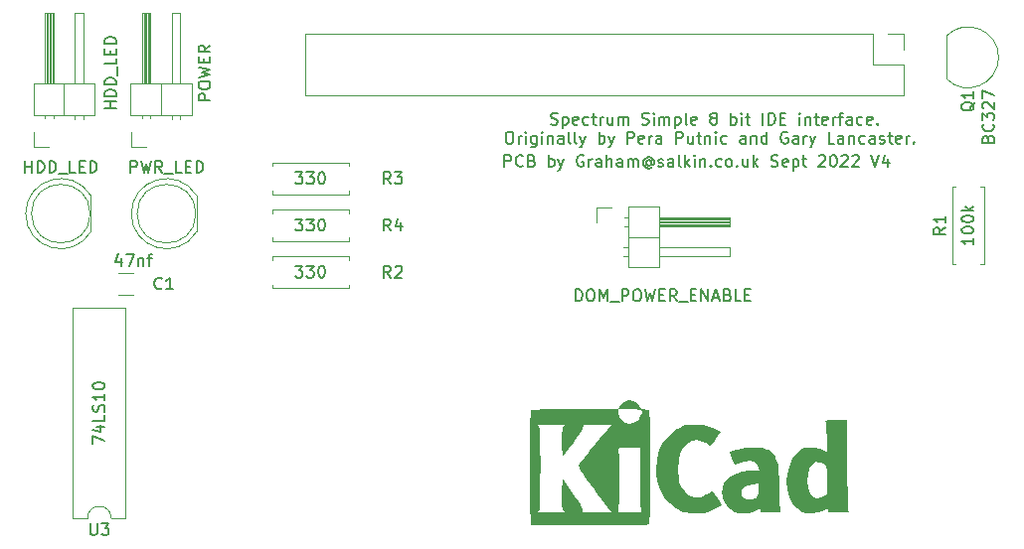
<source format=gbr>
%TF.GenerationSoftware,KiCad,Pcbnew,6.0.2+dfsg-1*%
%TF.CreationDate,2022-11-13T19:40:05+00:00*%
%TF.ProjectId,HDC,4844432e-6b69-4636-9164-5f7063625858,rev?*%
%TF.SameCoordinates,Original*%
%TF.FileFunction,Legend,Top*%
%TF.FilePolarity,Positive*%
%FSLAX46Y46*%
G04 Gerber Fmt 4.6, Leading zero omitted, Abs format (unit mm)*
G04 Created by KiCad (PCBNEW 6.0.2+dfsg-1) date 2022-11-13 19:40:05*
%MOMM*%
%LPD*%
G01*
G04 APERTURE LIST*
%ADD10C,0.150000*%
%ADD11C,0.120000*%
G04 APERTURE END LIST*
D10*
X138471428Y-111359761D02*
X138614285Y-111407380D01*
X138852380Y-111407380D01*
X138947619Y-111359761D01*
X138995238Y-111312142D01*
X139042857Y-111216904D01*
X139042857Y-111121666D01*
X138995238Y-111026428D01*
X138947619Y-110978809D01*
X138852380Y-110931190D01*
X138661904Y-110883571D01*
X138566666Y-110835952D01*
X138519047Y-110788333D01*
X138471428Y-110693095D01*
X138471428Y-110597857D01*
X138519047Y-110502619D01*
X138566666Y-110455000D01*
X138661904Y-110407380D01*
X138900000Y-110407380D01*
X139042857Y-110455000D01*
X139471428Y-110740714D02*
X139471428Y-111740714D01*
X139471428Y-110788333D02*
X139566666Y-110740714D01*
X139757142Y-110740714D01*
X139852380Y-110788333D01*
X139900000Y-110835952D01*
X139947619Y-110931190D01*
X139947619Y-111216904D01*
X139900000Y-111312142D01*
X139852380Y-111359761D01*
X139757142Y-111407380D01*
X139566666Y-111407380D01*
X139471428Y-111359761D01*
X140757142Y-111359761D02*
X140661904Y-111407380D01*
X140471428Y-111407380D01*
X140376190Y-111359761D01*
X140328571Y-111264523D01*
X140328571Y-110883571D01*
X140376190Y-110788333D01*
X140471428Y-110740714D01*
X140661904Y-110740714D01*
X140757142Y-110788333D01*
X140804761Y-110883571D01*
X140804761Y-110978809D01*
X140328571Y-111074047D01*
X141661904Y-111359761D02*
X141566666Y-111407380D01*
X141376190Y-111407380D01*
X141280952Y-111359761D01*
X141233333Y-111312142D01*
X141185714Y-111216904D01*
X141185714Y-110931190D01*
X141233333Y-110835952D01*
X141280952Y-110788333D01*
X141376190Y-110740714D01*
X141566666Y-110740714D01*
X141661904Y-110788333D01*
X141947619Y-110740714D02*
X142328571Y-110740714D01*
X142090476Y-110407380D02*
X142090476Y-111264523D01*
X142138095Y-111359761D01*
X142233333Y-111407380D01*
X142328571Y-111407380D01*
X142661904Y-111407380D02*
X142661904Y-110740714D01*
X142661904Y-110931190D02*
X142709523Y-110835952D01*
X142757142Y-110788333D01*
X142852380Y-110740714D01*
X142947619Y-110740714D01*
X143709523Y-110740714D02*
X143709523Y-111407380D01*
X143280952Y-110740714D02*
X143280952Y-111264523D01*
X143328571Y-111359761D01*
X143423809Y-111407380D01*
X143566666Y-111407380D01*
X143661904Y-111359761D01*
X143709523Y-111312142D01*
X144185714Y-111407380D02*
X144185714Y-110740714D01*
X144185714Y-110835952D02*
X144233333Y-110788333D01*
X144328571Y-110740714D01*
X144471428Y-110740714D01*
X144566666Y-110788333D01*
X144614285Y-110883571D01*
X144614285Y-111407380D01*
X144614285Y-110883571D02*
X144661904Y-110788333D01*
X144757142Y-110740714D01*
X144900000Y-110740714D01*
X144995238Y-110788333D01*
X145042857Y-110883571D01*
X145042857Y-111407380D01*
X146233333Y-111359761D02*
X146376190Y-111407380D01*
X146614285Y-111407380D01*
X146709523Y-111359761D01*
X146757142Y-111312142D01*
X146804761Y-111216904D01*
X146804761Y-111121666D01*
X146757142Y-111026428D01*
X146709523Y-110978809D01*
X146614285Y-110931190D01*
X146423809Y-110883571D01*
X146328571Y-110835952D01*
X146280952Y-110788333D01*
X146233333Y-110693095D01*
X146233333Y-110597857D01*
X146280952Y-110502619D01*
X146328571Y-110455000D01*
X146423809Y-110407380D01*
X146661904Y-110407380D01*
X146804761Y-110455000D01*
X147233333Y-111407380D02*
X147233333Y-110740714D01*
X147233333Y-110407380D02*
X147185714Y-110455000D01*
X147233333Y-110502619D01*
X147280952Y-110455000D01*
X147233333Y-110407380D01*
X147233333Y-110502619D01*
X147709523Y-111407380D02*
X147709523Y-110740714D01*
X147709523Y-110835952D02*
X147757142Y-110788333D01*
X147852380Y-110740714D01*
X147995238Y-110740714D01*
X148090476Y-110788333D01*
X148138095Y-110883571D01*
X148138095Y-111407380D01*
X148138095Y-110883571D02*
X148185714Y-110788333D01*
X148280952Y-110740714D01*
X148423809Y-110740714D01*
X148519047Y-110788333D01*
X148566666Y-110883571D01*
X148566666Y-111407380D01*
X149042857Y-110740714D02*
X149042857Y-111740714D01*
X149042857Y-110788333D02*
X149138095Y-110740714D01*
X149328571Y-110740714D01*
X149423809Y-110788333D01*
X149471428Y-110835952D01*
X149519047Y-110931190D01*
X149519047Y-111216904D01*
X149471428Y-111312142D01*
X149423809Y-111359761D01*
X149328571Y-111407380D01*
X149138095Y-111407380D01*
X149042857Y-111359761D01*
X150090476Y-111407380D02*
X149995238Y-111359761D01*
X149947619Y-111264523D01*
X149947619Y-110407380D01*
X150852380Y-111359761D02*
X150757142Y-111407380D01*
X150566666Y-111407380D01*
X150471428Y-111359761D01*
X150423809Y-111264523D01*
X150423809Y-110883571D01*
X150471428Y-110788333D01*
X150566666Y-110740714D01*
X150757142Y-110740714D01*
X150852380Y-110788333D01*
X150900000Y-110883571D01*
X150900000Y-110978809D01*
X150423809Y-111074047D01*
X152233333Y-110835952D02*
X152138095Y-110788333D01*
X152090476Y-110740714D01*
X152042857Y-110645476D01*
X152042857Y-110597857D01*
X152090476Y-110502619D01*
X152138095Y-110455000D01*
X152233333Y-110407380D01*
X152423809Y-110407380D01*
X152519047Y-110455000D01*
X152566666Y-110502619D01*
X152614285Y-110597857D01*
X152614285Y-110645476D01*
X152566666Y-110740714D01*
X152519047Y-110788333D01*
X152423809Y-110835952D01*
X152233333Y-110835952D01*
X152138095Y-110883571D01*
X152090476Y-110931190D01*
X152042857Y-111026428D01*
X152042857Y-111216904D01*
X152090476Y-111312142D01*
X152138095Y-111359761D01*
X152233333Y-111407380D01*
X152423809Y-111407380D01*
X152519047Y-111359761D01*
X152566666Y-111312142D01*
X152614285Y-111216904D01*
X152614285Y-111026428D01*
X152566666Y-110931190D01*
X152519047Y-110883571D01*
X152423809Y-110835952D01*
X153804761Y-111407380D02*
X153804761Y-110407380D01*
X153804761Y-110788333D02*
X153900000Y-110740714D01*
X154090476Y-110740714D01*
X154185714Y-110788333D01*
X154233333Y-110835952D01*
X154280952Y-110931190D01*
X154280952Y-111216904D01*
X154233333Y-111312142D01*
X154185714Y-111359761D01*
X154090476Y-111407380D01*
X153900000Y-111407380D01*
X153804761Y-111359761D01*
X154709523Y-111407380D02*
X154709523Y-110740714D01*
X154709523Y-110407380D02*
X154661904Y-110455000D01*
X154709523Y-110502619D01*
X154757142Y-110455000D01*
X154709523Y-110407380D01*
X154709523Y-110502619D01*
X155042857Y-110740714D02*
X155423809Y-110740714D01*
X155185714Y-110407380D02*
X155185714Y-111264523D01*
X155233333Y-111359761D01*
X155328571Y-111407380D01*
X155423809Y-111407380D01*
X156519047Y-111407380D02*
X156519047Y-110407380D01*
X156995238Y-111407380D02*
X156995238Y-110407380D01*
X157233333Y-110407380D01*
X157376190Y-110455000D01*
X157471428Y-110550238D01*
X157519047Y-110645476D01*
X157566666Y-110835952D01*
X157566666Y-110978809D01*
X157519047Y-111169285D01*
X157471428Y-111264523D01*
X157376190Y-111359761D01*
X157233333Y-111407380D01*
X156995238Y-111407380D01*
X157995238Y-110883571D02*
X158328571Y-110883571D01*
X158471428Y-111407380D02*
X157995238Y-111407380D01*
X157995238Y-110407380D01*
X158471428Y-110407380D01*
X159661904Y-111407380D02*
X159661904Y-110740714D01*
X159661904Y-110407380D02*
X159614285Y-110455000D01*
X159661904Y-110502619D01*
X159709523Y-110455000D01*
X159661904Y-110407380D01*
X159661904Y-110502619D01*
X160138095Y-110740714D02*
X160138095Y-111407380D01*
X160138095Y-110835952D02*
X160185714Y-110788333D01*
X160280952Y-110740714D01*
X160423809Y-110740714D01*
X160519047Y-110788333D01*
X160566666Y-110883571D01*
X160566666Y-111407380D01*
X160900000Y-110740714D02*
X161280952Y-110740714D01*
X161042857Y-110407380D02*
X161042857Y-111264523D01*
X161090476Y-111359761D01*
X161185714Y-111407380D01*
X161280952Y-111407380D01*
X161995238Y-111359761D02*
X161900000Y-111407380D01*
X161709523Y-111407380D01*
X161614285Y-111359761D01*
X161566666Y-111264523D01*
X161566666Y-110883571D01*
X161614285Y-110788333D01*
X161709523Y-110740714D01*
X161900000Y-110740714D01*
X161995238Y-110788333D01*
X162042857Y-110883571D01*
X162042857Y-110978809D01*
X161566666Y-111074047D01*
X162471428Y-111407380D02*
X162471428Y-110740714D01*
X162471428Y-110931190D02*
X162519047Y-110835952D01*
X162566666Y-110788333D01*
X162661904Y-110740714D01*
X162757142Y-110740714D01*
X162947619Y-110740714D02*
X163328571Y-110740714D01*
X163090476Y-111407380D02*
X163090476Y-110550238D01*
X163138095Y-110455000D01*
X163233333Y-110407380D01*
X163328571Y-110407380D01*
X164090476Y-111407380D02*
X164090476Y-110883571D01*
X164042857Y-110788333D01*
X163947619Y-110740714D01*
X163757142Y-110740714D01*
X163661904Y-110788333D01*
X164090476Y-111359761D02*
X163995238Y-111407380D01*
X163757142Y-111407380D01*
X163661904Y-111359761D01*
X163614285Y-111264523D01*
X163614285Y-111169285D01*
X163661904Y-111074047D01*
X163757142Y-111026428D01*
X163995238Y-111026428D01*
X164090476Y-110978809D01*
X164995238Y-111359761D02*
X164900000Y-111407380D01*
X164709523Y-111407380D01*
X164614285Y-111359761D01*
X164566666Y-111312142D01*
X164519047Y-111216904D01*
X164519047Y-110931190D01*
X164566666Y-110835952D01*
X164614285Y-110788333D01*
X164709523Y-110740714D01*
X164900000Y-110740714D01*
X164995238Y-110788333D01*
X165804761Y-111359761D02*
X165709523Y-111407380D01*
X165519047Y-111407380D01*
X165423809Y-111359761D01*
X165376190Y-111264523D01*
X165376190Y-110883571D01*
X165423809Y-110788333D01*
X165519047Y-110740714D01*
X165709523Y-110740714D01*
X165804761Y-110788333D01*
X165852380Y-110883571D01*
X165852380Y-110978809D01*
X165376190Y-111074047D01*
X166280952Y-111312142D02*
X166328571Y-111359761D01*
X166280952Y-111407380D01*
X166233333Y-111359761D01*
X166280952Y-111312142D01*
X166280952Y-111407380D01*
X134852380Y-112017380D02*
X135042857Y-112017380D01*
X135138095Y-112065000D01*
X135233333Y-112160238D01*
X135280952Y-112350714D01*
X135280952Y-112684047D01*
X135233333Y-112874523D01*
X135138095Y-112969761D01*
X135042857Y-113017380D01*
X134852380Y-113017380D01*
X134757142Y-112969761D01*
X134661904Y-112874523D01*
X134614285Y-112684047D01*
X134614285Y-112350714D01*
X134661904Y-112160238D01*
X134757142Y-112065000D01*
X134852380Y-112017380D01*
X135709523Y-113017380D02*
X135709523Y-112350714D01*
X135709523Y-112541190D02*
X135757142Y-112445952D01*
X135804761Y-112398333D01*
X135900000Y-112350714D01*
X135995238Y-112350714D01*
X136328571Y-113017380D02*
X136328571Y-112350714D01*
X136328571Y-112017380D02*
X136280952Y-112065000D01*
X136328571Y-112112619D01*
X136376190Y-112065000D01*
X136328571Y-112017380D01*
X136328571Y-112112619D01*
X137233333Y-112350714D02*
X137233333Y-113160238D01*
X137185714Y-113255476D01*
X137138095Y-113303095D01*
X137042857Y-113350714D01*
X136900000Y-113350714D01*
X136804761Y-113303095D01*
X137233333Y-112969761D02*
X137138095Y-113017380D01*
X136947619Y-113017380D01*
X136852380Y-112969761D01*
X136804761Y-112922142D01*
X136757142Y-112826904D01*
X136757142Y-112541190D01*
X136804761Y-112445952D01*
X136852380Y-112398333D01*
X136947619Y-112350714D01*
X137138095Y-112350714D01*
X137233333Y-112398333D01*
X137709523Y-113017380D02*
X137709523Y-112350714D01*
X137709523Y-112017380D02*
X137661904Y-112065000D01*
X137709523Y-112112619D01*
X137757142Y-112065000D01*
X137709523Y-112017380D01*
X137709523Y-112112619D01*
X138185714Y-112350714D02*
X138185714Y-113017380D01*
X138185714Y-112445952D02*
X138233333Y-112398333D01*
X138328571Y-112350714D01*
X138471428Y-112350714D01*
X138566666Y-112398333D01*
X138614285Y-112493571D01*
X138614285Y-113017380D01*
X139519047Y-113017380D02*
X139519047Y-112493571D01*
X139471428Y-112398333D01*
X139376190Y-112350714D01*
X139185714Y-112350714D01*
X139090476Y-112398333D01*
X139519047Y-112969761D02*
X139423809Y-113017380D01*
X139185714Y-113017380D01*
X139090476Y-112969761D01*
X139042857Y-112874523D01*
X139042857Y-112779285D01*
X139090476Y-112684047D01*
X139185714Y-112636428D01*
X139423809Y-112636428D01*
X139519047Y-112588809D01*
X140138095Y-113017380D02*
X140042857Y-112969761D01*
X139995238Y-112874523D01*
X139995238Y-112017380D01*
X140661904Y-113017380D02*
X140566666Y-112969761D01*
X140519047Y-112874523D01*
X140519047Y-112017380D01*
X140947619Y-112350714D02*
X141185714Y-113017380D01*
X141423809Y-112350714D02*
X141185714Y-113017380D01*
X141090476Y-113255476D01*
X141042857Y-113303095D01*
X140947619Y-113350714D01*
X142566666Y-113017380D02*
X142566666Y-112017380D01*
X142566666Y-112398333D02*
X142661904Y-112350714D01*
X142852380Y-112350714D01*
X142947619Y-112398333D01*
X142995238Y-112445952D01*
X143042857Y-112541190D01*
X143042857Y-112826904D01*
X142995238Y-112922142D01*
X142947619Y-112969761D01*
X142852380Y-113017380D01*
X142661904Y-113017380D01*
X142566666Y-112969761D01*
X143376190Y-112350714D02*
X143614285Y-113017380D01*
X143852380Y-112350714D02*
X143614285Y-113017380D01*
X143519047Y-113255476D01*
X143471428Y-113303095D01*
X143376190Y-113350714D01*
X144995238Y-113017380D02*
X144995238Y-112017380D01*
X145376190Y-112017380D01*
X145471428Y-112065000D01*
X145519047Y-112112619D01*
X145566666Y-112207857D01*
X145566666Y-112350714D01*
X145519047Y-112445952D01*
X145471428Y-112493571D01*
X145376190Y-112541190D01*
X144995238Y-112541190D01*
X146376190Y-112969761D02*
X146280952Y-113017380D01*
X146090476Y-113017380D01*
X145995238Y-112969761D01*
X145947619Y-112874523D01*
X145947619Y-112493571D01*
X145995238Y-112398333D01*
X146090476Y-112350714D01*
X146280952Y-112350714D01*
X146376190Y-112398333D01*
X146423809Y-112493571D01*
X146423809Y-112588809D01*
X145947619Y-112684047D01*
X146852380Y-113017380D02*
X146852380Y-112350714D01*
X146852380Y-112541190D02*
X146900000Y-112445952D01*
X146947619Y-112398333D01*
X147042857Y-112350714D01*
X147138095Y-112350714D01*
X147900000Y-113017380D02*
X147900000Y-112493571D01*
X147852380Y-112398333D01*
X147757142Y-112350714D01*
X147566666Y-112350714D01*
X147471428Y-112398333D01*
X147900000Y-112969761D02*
X147804761Y-113017380D01*
X147566666Y-113017380D01*
X147471428Y-112969761D01*
X147423809Y-112874523D01*
X147423809Y-112779285D01*
X147471428Y-112684047D01*
X147566666Y-112636428D01*
X147804761Y-112636428D01*
X147900000Y-112588809D01*
X149138095Y-113017380D02*
X149138095Y-112017380D01*
X149519047Y-112017380D01*
X149614285Y-112065000D01*
X149661904Y-112112619D01*
X149709523Y-112207857D01*
X149709523Y-112350714D01*
X149661904Y-112445952D01*
X149614285Y-112493571D01*
X149519047Y-112541190D01*
X149138095Y-112541190D01*
X150566666Y-112350714D02*
X150566666Y-113017380D01*
X150138095Y-112350714D02*
X150138095Y-112874523D01*
X150185714Y-112969761D01*
X150280952Y-113017380D01*
X150423809Y-113017380D01*
X150519047Y-112969761D01*
X150566666Y-112922142D01*
X150900000Y-112350714D02*
X151280952Y-112350714D01*
X151042857Y-112017380D02*
X151042857Y-112874523D01*
X151090476Y-112969761D01*
X151185714Y-113017380D01*
X151280952Y-113017380D01*
X151614285Y-112350714D02*
X151614285Y-113017380D01*
X151614285Y-112445952D02*
X151661904Y-112398333D01*
X151757142Y-112350714D01*
X151900000Y-112350714D01*
X151995238Y-112398333D01*
X152042857Y-112493571D01*
X152042857Y-113017380D01*
X152519047Y-113017380D02*
X152519047Y-112350714D01*
X152519047Y-112017380D02*
X152471428Y-112065000D01*
X152519047Y-112112619D01*
X152566666Y-112065000D01*
X152519047Y-112017380D01*
X152519047Y-112112619D01*
X153423809Y-112969761D02*
X153328571Y-113017380D01*
X153138095Y-113017380D01*
X153042857Y-112969761D01*
X152995238Y-112922142D01*
X152947619Y-112826904D01*
X152947619Y-112541190D01*
X152995238Y-112445952D01*
X153042857Y-112398333D01*
X153138095Y-112350714D01*
X153328571Y-112350714D01*
X153423809Y-112398333D01*
X155042857Y-113017380D02*
X155042857Y-112493571D01*
X154995238Y-112398333D01*
X154900000Y-112350714D01*
X154709523Y-112350714D01*
X154614285Y-112398333D01*
X155042857Y-112969761D02*
X154947619Y-113017380D01*
X154709523Y-113017380D01*
X154614285Y-112969761D01*
X154566666Y-112874523D01*
X154566666Y-112779285D01*
X154614285Y-112684047D01*
X154709523Y-112636428D01*
X154947619Y-112636428D01*
X155042857Y-112588809D01*
X155519047Y-112350714D02*
X155519047Y-113017380D01*
X155519047Y-112445952D02*
X155566666Y-112398333D01*
X155661904Y-112350714D01*
X155804761Y-112350714D01*
X155900000Y-112398333D01*
X155947619Y-112493571D01*
X155947619Y-113017380D01*
X156852380Y-113017380D02*
X156852380Y-112017380D01*
X156852380Y-112969761D02*
X156757142Y-113017380D01*
X156566666Y-113017380D01*
X156471428Y-112969761D01*
X156423809Y-112922142D01*
X156376190Y-112826904D01*
X156376190Y-112541190D01*
X156423809Y-112445952D01*
X156471428Y-112398333D01*
X156566666Y-112350714D01*
X156757142Y-112350714D01*
X156852380Y-112398333D01*
X158614285Y-112065000D02*
X158519047Y-112017380D01*
X158376190Y-112017380D01*
X158233333Y-112065000D01*
X158138095Y-112160238D01*
X158090476Y-112255476D01*
X158042857Y-112445952D01*
X158042857Y-112588809D01*
X158090476Y-112779285D01*
X158138095Y-112874523D01*
X158233333Y-112969761D01*
X158376190Y-113017380D01*
X158471428Y-113017380D01*
X158614285Y-112969761D01*
X158661904Y-112922142D01*
X158661904Y-112588809D01*
X158471428Y-112588809D01*
X159519047Y-113017380D02*
X159519047Y-112493571D01*
X159471428Y-112398333D01*
X159376190Y-112350714D01*
X159185714Y-112350714D01*
X159090476Y-112398333D01*
X159519047Y-112969761D02*
X159423809Y-113017380D01*
X159185714Y-113017380D01*
X159090476Y-112969761D01*
X159042857Y-112874523D01*
X159042857Y-112779285D01*
X159090476Y-112684047D01*
X159185714Y-112636428D01*
X159423809Y-112636428D01*
X159519047Y-112588809D01*
X159995238Y-113017380D02*
X159995238Y-112350714D01*
X159995238Y-112541190D02*
X160042857Y-112445952D01*
X160090476Y-112398333D01*
X160185714Y-112350714D01*
X160280952Y-112350714D01*
X160519047Y-112350714D02*
X160757142Y-113017380D01*
X160995238Y-112350714D02*
X160757142Y-113017380D01*
X160661904Y-113255476D01*
X160614285Y-113303095D01*
X160519047Y-113350714D01*
X162614285Y-113017380D02*
X162138095Y-113017380D01*
X162138095Y-112017380D01*
X163376190Y-113017380D02*
X163376190Y-112493571D01*
X163328571Y-112398333D01*
X163233333Y-112350714D01*
X163042857Y-112350714D01*
X162947619Y-112398333D01*
X163376190Y-112969761D02*
X163280952Y-113017380D01*
X163042857Y-113017380D01*
X162947619Y-112969761D01*
X162900000Y-112874523D01*
X162900000Y-112779285D01*
X162947619Y-112684047D01*
X163042857Y-112636428D01*
X163280952Y-112636428D01*
X163376190Y-112588809D01*
X163852380Y-112350714D02*
X163852380Y-113017380D01*
X163852380Y-112445952D02*
X163900000Y-112398333D01*
X163995238Y-112350714D01*
X164138095Y-112350714D01*
X164233333Y-112398333D01*
X164280952Y-112493571D01*
X164280952Y-113017380D01*
X165185714Y-112969761D02*
X165090476Y-113017380D01*
X164899999Y-113017380D01*
X164804761Y-112969761D01*
X164757142Y-112922142D01*
X164709523Y-112826904D01*
X164709523Y-112541190D01*
X164757142Y-112445952D01*
X164804761Y-112398333D01*
X164899999Y-112350714D01*
X165090476Y-112350714D01*
X165185714Y-112398333D01*
X166042857Y-113017380D02*
X166042857Y-112493571D01*
X165995238Y-112398333D01*
X165899999Y-112350714D01*
X165709523Y-112350714D01*
X165614285Y-112398333D01*
X166042857Y-112969761D02*
X165947619Y-113017380D01*
X165709523Y-113017380D01*
X165614285Y-112969761D01*
X165566666Y-112874523D01*
X165566666Y-112779285D01*
X165614285Y-112684047D01*
X165709523Y-112636428D01*
X165947619Y-112636428D01*
X166042857Y-112588809D01*
X166471428Y-112969761D02*
X166566666Y-113017380D01*
X166757142Y-113017380D01*
X166852380Y-112969761D01*
X166899999Y-112874523D01*
X166899999Y-112826904D01*
X166852380Y-112731666D01*
X166757142Y-112684047D01*
X166614285Y-112684047D01*
X166519047Y-112636428D01*
X166471428Y-112541190D01*
X166471428Y-112493571D01*
X166519047Y-112398333D01*
X166614285Y-112350714D01*
X166757142Y-112350714D01*
X166852380Y-112398333D01*
X167185714Y-112350714D02*
X167566666Y-112350714D01*
X167328571Y-112017380D02*
X167328571Y-112874523D01*
X167376190Y-112969761D01*
X167471428Y-113017380D01*
X167566666Y-113017380D01*
X168280952Y-112969761D02*
X168185714Y-113017380D01*
X167995238Y-113017380D01*
X167899999Y-112969761D01*
X167852380Y-112874523D01*
X167852380Y-112493571D01*
X167899999Y-112398333D01*
X167995238Y-112350714D01*
X168185714Y-112350714D01*
X168280952Y-112398333D01*
X168328571Y-112493571D01*
X168328571Y-112588809D01*
X167852380Y-112684047D01*
X168757142Y-113017380D02*
X168757142Y-112350714D01*
X168757142Y-112541190D02*
X168804761Y-112445952D01*
X168852380Y-112398333D01*
X168947619Y-112350714D01*
X169042857Y-112350714D01*
X169376190Y-112922142D02*
X169423809Y-112969761D01*
X169376190Y-113017380D01*
X169328571Y-112969761D01*
X169376190Y-112922142D01*
X169376190Y-113017380D01*
X134518857Y-115006380D02*
X134518857Y-114006380D01*
X134899809Y-114006380D01*
X134995047Y-114054000D01*
X135042666Y-114101619D01*
X135090285Y-114196857D01*
X135090285Y-114339714D01*
X135042666Y-114434952D01*
X134995047Y-114482571D01*
X134899809Y-114530190D01*
X134518857Y-114530190D01*
X136090285Y-114911142D02*
X136042666Y-114958761D01*
X135899809Y-115006380D01*
X135804571Y-115006380D01*
X135661714Y-114958761D01*
X135566476Y-114863523D01*
X135518857Y-114768285D01*
X135471238Y-114577809D01*
X135471238Y-114434952D01*
X135518857Y-114244476D01*
X135566476Y-114149238D01*
X135661714Y-114054000D01*
X135804571Y-114006380D01*
X135899809Y-114006380D01*
X136042666Y-114054000D01*
X136090285Y-114101619D01*
X136852190Y-114482571D02*
X136995047Y-114530190D01*
X137042666Y-114577809D01*
X137090285Y-114673047D01*
X137090285Y-114815904D01*
X137042666Y-114911142D01*
X136995047Y-114958761D01*
X136899809Y-115006380D01*
X136518857Y-115006380D01*
X136518857Y-114006380D01*
X136852190Y-114006380D01*
X136947428Y-114054000D01*
X136995047Y-114101619D01*
X137042666Y-114196857D01*
X137042666Y-114292095D01*
X136995047Y-114387333D01*
X136947428Y-114434952D01*
X136852190Y-114482571D01*
X136518857Y-114482571D01*
X138280761Y-115006380D02*
X138280761Y-114006380D01*
X138280761Y-114387333D02*
X138376000Y-114339714D01*
X138566476Y-114339714D01*
X138661714Y-114387333D01*
X138709333Y-114434952D01*
X138756952Y-114530190D01*
X138756952Y-114815904D01*
X138709333Y-114911142D01*
X138661714Y-114958761D01*
X138566476Y-115006380D01*
X138376000Y-115006380D01*
X138280761Y-114958761D01*
X139090285Y-114339714D02*
X139328380Y-115006380D01*
X139566476Y-114339714D02*
X139328380Y-115006380D01*
X139233142Y-115244476D01*
X139185523Y-115292095D01*
X139090285Y-115339714D01*
X141233142Y-114054000D02*
X141137904Y-114006380D01*
X140995047Y-114006380D01*
X140852190Y-114054000D01*
X140756952Y-114149238D01*
X140709333Y-114244476D01*
X140661714Y-114434952D01*
X140661714Y-114577809D01*
X140709333Y-114768285D01*
X140756952Y-114863523D01*
X140852190Y-114958761D01*
X140995047Y-115006380D01*
X141090285Y-115006380D01*
X141233142Y-114958761D01*
X141280761Y-114911142D01*
X141280761Y-114577809D01*
X141090285Y-114577809D01*
X141709333Y-115006380D02*
X141709333Y-114339714D01*
X141709333Y-114530190D02*
X141756952Y-114434952D01*
X141804571Y-114387333D01*
X141899809Y-114339714D01*
X141995047Y-114339714D01*
X142756952Y-115006380D02*
X142756952Y-114482571D01*
X142709333Y-114387333D01*
X142614095Y-114339714D01*
X142423619Y-114339714D01*
X142328380Y-114387333D01*
X142756952Y-114958761D02*
X142661714Y-115006380D01*
X142423619Y-115006380D01*
X142328380Y-114958761D01*
X142280761Y-114863523D01*
X142280761Y-114768285D01*
X142328380Y-114673047D01*
X142423619Y-114625428D01*
X142661714Y-114625428D01*
X142756952Y-114577809D01*
X143233142Y-115006380D02*
X143233142Y-114006380D01*
X143661714Y-115006380D02*
X143661714Y-114482571D01*
X143614095Y-114387333D01*
X143518857Y-114339714D01*
X143376000Y-114339714D01*
X143280761Y-114387333D01*
X143233142Y-114434952D01*
X144566476Y-115006380D02*
X144566476Y-114482571D01*
X144518857Y-114387333D01*
X144423619Y-114339714D01*
X144233142Y-114339714D01*
X144137904Y-114387333D01*
X144566476Y-114958761D02*
X144471238Y-115006380D01*
X144233142Y-115006380D01*
X144137904Y-114958761D01*
X144090285Y-114863523D01*
X144090285Y-114768285D01*
X144137904Y-114673047D01*
X144233142Y-114625428D01*
X144471238Y-114625428D01*
X144566476Y-114577809D01*
X145042666Y-115006380D02*
X145042666Y-114339714D01*
X145042666Y-114434952D02*
X145090285Y-114387333D01*
X145185523Y-114339714D01*
X145328380Y-114339714D01*
X145423619Y-114387333D01*
X145471238Y-114482571D01*
X145471238Y-115006380D01*
X145471238Y-114482571D02*
X145518857Y-114387333D01*
X145614095Y-114339714D01*
X145756952Y-114339714D01*
X145852190Y-114387333D01*
X145899809Y-114482571D01*
X145899809Y-115006380D01*
X146995047Y-114530190D02*
X146947428Y-114482571D01*
X146852190Y-114434952D01*
X146756952Y-114434952D01*
X146661714Y-114482571D01*
X146614095Y-114530190D01*
X146566476Y-114625428D01*
X146566476Y-114720666D01*
X146614095Y-114815904D01*
X146661714Y-114863523D01*
X146756952Y-114911142D01*
X146852190Y-114911142D01*
X146947428Y-114863523D01*
X146995047Y-114815904D01*
X146995047Y-114434952D02*
X146995047Y-114815904D01*
X147042666Y-114863523D01*
X147090285Y-114863523D01*
X147185523Y-114815904D01*
X147233142Y-114720666D01*
X147233142Y-114482571D01*
X147137904Y-114339714D01*
X146995047Y-114244476D01*
X146804571Y-114196857D01*
X146614095Y-114244476D01*
X146471238Y-114339714D01*
X146376000Y-114482571D01*
X146328380Y-114673047D01*
X146376000Y-114863523D01*
X146471238Y-115006380D01*
X146614095Y-115101619D01*
X146804571Y-115149238D01*
X146995047Y-115101619D01*
X147137904Y-115006380D01*
X147614095Y-114958761D02*
X147709333Y-115006380D01*
X147899809Y-115006380D01*
X147995047Y-114958761D01*
X148042666Y-114863523D01*
X148042666Y-114815904D01*
X147995047Y-114720666D01*
X147899809Y-114673047D01*
X147756952Y-114673047D01*
X147661714Y-114625428D01*
X147614095Y-114530190D01*
X147614095Y-114482571D01*
X147661714Y-114387333D01*
X147756952Y-114339714D01*
X147899809Y-114339714D01*
X147995047Y-114387333D01*
X148899809Y-115006380D02*
X148899809Y-114482571D01*
X148852190Y-114387333D01*
X148756952Y-114339714D01*
X148566476Y-114339714D01*
X148471238Y-114387333D01*
X148899809Y-114958761D02*
X148804571Y-115006380D01*
X148566476Y-115006380D01*
X148471238Y-114958761D01*
X148423619Y-114863523D01*
X148423619Y-114768285D01*
X148471238Y-114673047D01*
X148566476Y-114625428D01*
X148804571Y-114625428D01*
X148899809Y-114577809D01*
X149518857Y-115006380D02*
X149423619Y-114958761D01*
X149376000Y-114863523D01*
X149376000Y-114006380D01*
X149899809Y-115006380D02*
X149899809Y-114006380D01*
X149995047Y-114625428D02*
X150280761Y-115006380D01*
X150280761Y-114339714D02*
X149899809Y-114720666D01*
X150709333Y-115006380D02*
X150709333Y-114339714D01*
X150709333Y-114006380D02*
X150661714Y-114054000D01*
X150709333Y-114101619D01*
X150756952Y-114054000D01*
X150709333Y-114006380D01*
X150709333Y-114101619D01*
X151185523Y-114339714D02*
X151185523Y-115006380D01*
X151185523Y-114434952D02*
X151233142Y-114387333D01*
X151328380Y-114339714D01*
X151471238Y-114339714D01*
X151566476Y-114387333D01*
X151614095Y-114482571D01*
X151614095Y-115006380D01*
X152090285Y-114911142D02*
X152137904Y-114958761D01*
X152090285Y-115006380D01*
X152042666Y-114958761D01*
X152090285Y-114911142D01*
X152090285Y-115006380D01*
X152995047Y-114958761D02*
X152899809Y-115006380D01*
X152709333Y-115006380D01*
X152614095Y-114958761D01*
X152566476Y-114911142D01*
X152518857Y-114815904D01*
X152518857Y-114530190D01*
X152566476Y-114434952D01*
X152614095Y-114387333D01*
X152709333Y-114339714D01*
X152899809Y-114339714D01*
X152995047Y-114387333D01*
X153566476Y-115006380D02*
X153471238Y-114958761D01*
X153423619Y-114911142D01*
X153376000Y-114815904D01*
X153376000Y-114530190D01*
X153423619Y-114434952D01*
X153471238Y-114387333D01*
X153566476Y-114339714D01*
X153709333Y-114339714D01*
X153804571Y-114387333D01*
X153852190Y-114434952D01*
X153899809Y-114530190D01*
X153899809Y-114815904D01*
X153852190Y-114911142D01*
X153804571Y-114958761D01*
X153709333Y-115006380D01*
X153566476Y-115006380D01*
X154328380Y-114911142D02*
X154376000Y-114958761D01*
X154328380Y-115006380D01*
X154280761Y-114958761D01*
X154328380Y-114911142D01*
X154328380Y-115006380D01*
X155233142Y-114339714D02*
X155233142Y-115006380D01*
X154804571Y-114339714D02*
X154804571Y-114863523D01*
X154852190Y-114958761D01*
X154947428Y-115006380D01*
X155090285Y-115006380D01*
X155185523Y-114958761D01*
X155233142Y-114911142D01*
X155709333Y-115006380D02*
X155709333Y-114006380D01*
X155804571Y-114625428D02*
X156090285Y-115006380D01*
X156090285Y-114339714D02*
X155709333Y-114720666D01*
X157233142Y-114958761D02*
X157376000Y-115006380D01*
X157614095Y-115006380D01*
X157709333Y-114958761D01*
X157756952Y-114911142D01*
X157804571Y-114815904D01*
X157804571Y-114720666D01*
X157756952Y-114625428D01*
X157709333Y-114577809D01*
X157614095Y-114530190D01*
X157423619Y-114482571D01*
X157328380Y-114434952D01*
X157280761Y-114387333D01*
X157233142Y-114292095D01*
X157233142Y-114196857D01*
X157280761Y-114101619D01*
X157328380Y-114054000D01*
X157423619Y-114006380D01*
X157661714Y-114006380D01*
X157804571Y-114054000D01*
X158614095Y-114958761D02*
X158518857Y-115006380D01*
X158328380Y-115006380D01*
X158233142Y-114958761D01*
X158185523Y-114863523D01*
X158185523Y-114482571D01*
X158233142Y-114387333D01*
X158328380Y-114339714D01*
X158518857Y-114339714D01*
X158614095Y-114387333D01*
X158661714Y-114482571D01*
X158661714Y-114577809D01*
X158185523Y-114673047D01*
X159090285Y-114339714D02*
X159090285Y-115339714D01*
X159090285Y-114387333D02*
X159185523Y-114339714D01*
X159376000Y-114339714D01*
X159471238Y-114387333D01*
X159518857Y-114434952D01*
X159566476Y-114530190D01*
X159566476Y-114815904D01*
X159518857Y-114911142D01*
X159471238Y-114958761D01*
X159376000Y-115006380D01*
X159185523Y-115006380D01*
X159090285Y-114958761D01*
X159852190Y-114339714D02*
X160233142Y-114339714D01*
X159995047Y-114006380D02*
X159995047Y-114863523D01*
X160042666Y-114958761D01*
X160137904Y-115006380D01*
X160233142Y-115006380D01*
X161280761Y-114101619D02*
X161328380Y-114054000D01*
X161423619Y-114006380D01*
X161661714Y-114006380D01*
X161756952Y-114054000D01*
X161804571Y-114101619D01*
X161852190Y-114196857D01*
X161852190Y-114292095D01*
X161804571Y-114434952D01*
X161233142Y-115006380D01*
X161852190Y-115006380D01*
X162471238Y-114006380D02*
X162566476Y-114006380D01*
X162661714Y-114054000D01*
X162709333Y-114101619D01*
X162756952Y-114196857D01*
X162804571Y-114387333D01*
X162804571Y-114625428D01*
X162756952Y-114815904D01*
X162709333Y-114911142D01*
X162661714Y-114958761D01*
X162566476Y-115006380D01*
X162471238Y-115006380D01*
X162376000Y-114958761D01*
X162328380Y-114911142D01*
X162280761Y-114815904D01*
X162233142Y-114625428D01*
X162233142Y-114387333D01*
X162280761Y-114196857D01*
X162328380Y-114101619D01*
X162376000Y-114054000D01*
X162471238Y-114006380D01*
X163185523Y-114101619D02*
X163233142Y-114054000D01*
X163328380Y-114006380D01*
X163566476Y-114006380D01*
X163661714Y-114054000D01*
X163709333Y-114101619D01*
X163756952Y-114196857D01*
X163756952Y-114292095D01*
X163709333Y-114434952D01*
X163137904Y-115006380D01*
X163756952Y-115006380D01*
X164137904Y-114101619D02*
X164185523Y-114054000D01*
X164280761Y-114006380D01*
X164518857Y-114006380D01*
X164614095Y-114054000D01*
X164661714Y-114101619D01*
X164709333Y-114196857D01*
X164709333Y-114292095D01*
X164661714Y-114434952D01*
X164090285Y-115006380D01*
X164709333Y-115006380D01*
X165756952Y-114006380D02*
X166090285Y-115006380D01*
X166423619Y-114006380D01*
X167185523Y-114339714D02*
X167185523Y-115006380D01*
X166947428Y-113958761D02*
X166709333Y-114673047D01*
X167328380Y-114673047D01*
%TO.C,R3*%
X124833333Y-116452380D02*
X124500000Y-115976190D01*
X124261904Y-116452380D02*
X124261904Y-115452380D01*
X124642857Y-115452380D01*
X124738095Y-115500000D01*
X124785714Y-115547619D01*
X124833333Y-115642857D01*
X124833333Y-115785714D01*
X124785714Y-115880952D01*
X124738095Y-115928571D01*
X124642857Y-115976190D01*
X124261904Y-115976190D01*
X125166666Y-115452380D02*
X125785714Y-115452380D01*
X125452380Y-115833333D01*
X125595238Y-115833333D01*
X125690476Y-115880952D01*
X125738095Y-115928571D01*
X125785714Y-116023809D01*
X125785714Y-116261904D01*
X125738095Y-116357142D01*
X125690476Y-116404761D01*
X125595238Y-116452380D01*
X125309523Y-116452380D01*
X125214285Y-116404761D01*
X125166666Y-116357142D01*
X116714285Y-115452380D02*
X117333333Y-115452380D01*
X117000000Y-115833333D01*
X117142857Y-115833333D01*
X117238095Y-115880952D01*
X117285714Y-115928571D01*
X117333333Y-116023809D01*
X117333333Y-116261904D01*
X117285714Y-116357142D01*
X117238095Y-116404761D01*
X117142857Y-116452380D01*
X116857142Y-116452380D01*
X116761904Y-116404761D01*
X116714285Y-116357142D01*
X117666666Y-115452380D02*
X118285714Y-115452380D01*
X117952380Y-115833333D01*
X118095238Y-115833333D01*
X118190476Y-115880952D01*
X118238095Y-115928571D01*
X118285714Y-116023809D01*
X118285714Y-116261904D01*
X118238095Y-116357142D01*
X118190476Y-116404761D01*
X118095238Y-116452380D01*
X117809523Y-116452380D01*
X117714285Y-116404761D01*
X117666666Y-116357142D01*
X118904761Y-115452380D02*
X119000000Y-115452380D01*
X119095238Y-115500000D01*
X119142857Y-115547619D01*
X119190476Y-115642857D01*
X119238095Y-115833333D01*
X119238095Y-116071428D01*
X119190476Y-116261904D01*
X119142857Y-116357142D01*
X119095238Y-116404761D01*
X119000000Y-116452380D01*
X118904761Y-116452380D01*
X118809523Y-116404761D01*
X118761904Y-116357142D01*
X118714285Y-116261904D01*
X118666666Y-116071428D01*
X118666666Y-115833333D01*
X118714285Y-115642857D01*
X118761904Y-115547619D01*
X118809523Y-115500000D01*
X118904761Y-115452380D01*
%TO.C,D1*%
X93706190Y-115492380D02*
X93706190Y-114492380D01*
X93706190Y-114968571D02*
X94277619Y-114968571D01*
X94277619Y-115492380D02*
X94277619Y-114492380D01*
X94753809Y-115492380D02*
X94753809Y-114492380D01*
X94991904Y-114492380D01*
X95134761Y-114540000D01*
X95230000Y-114635238D01*
X95277619Y-114730476D01*
X95325238Y-114920952D01*
X95325238Y-115063809D01*
X95277619Y-115254285D01*
X95230000Y-115349523D01*
X95134761Y-115444761D01*
X94991904Y-115492380D01*
X94753809Y-115492380D01*
X95753809Y-115492380D02*
X95753809Y-114492380D01*
X95991904Y-114492380D01*
X96134761Y-114540000D01*
X96230000Y-114635238D01*
X96277619Y-114730476D01*
X96325238Y-114920952D01*
X96325238Y-115063809D01*
X96277619Y-115254285D01*
X96230000Y-115349523D01*
X96134761Y-115444761D01*
X95991904Y-115492380D01*
X95753809Y-115492380D01*
X96515714Y-115587619D02*
X97277619Y-115587619D01*
X97991904Y-115492380D02*
X97515714Y-115492380D01*
X97515714Y-114492380D01*
X98325238Y-114968571D02*
X98658571Y-114968571D01*
X98801428Y-115492380D02*
X98325238Y-115492380D01*
X98325238Y-114492380D01*
X98801428Y-114492380D01*
X99230000Y-115492380D02*
X99230000Y-114492380D01*
X99468095Y-114492380D01*
X99610952Y-114540000D01*
X99706190Y-114635238D01*
X99753809Y-114730476D01*
X99801428Y-114920952D01*
X99801428Y-115063809D01*
X99753809Y-115254285D01*
X99706190Y-115349523D01*
X99610952Y-115444761D01*
X99468095Y-115492380D01*
X99230000Y-115492380D01*
%TO.C,U3*%
X99253095Y-145407380D02*
X99253095Y-146216904D01*
X99300714Y-146312142D01*
X99348333Y-146359761D01*
X99443571Y-146407380D01*
X99634047Y-146407380D01*
X99729285Y-146359761D01*
X99776904Y-146312142D01*
X99824523Y-146216904D01*
X99824523Y-145407380D01*
X100205476Y-145407380D02*
X100824523Y-145407380D01*
X100491190Y-145788333D01*
X100634047Y-145788333D01*
X100729285Y-145835952D01*
X100776904Y-145883571D01*
X100824523Y-145978809D01*
X100824523Y-146216904D01*
X100776904Y-146312142D01*
X100729285Y-146359761D01*
X100634047Y-146407380D01*
X100348333Y-146407380D01*
X100253095Y-146359761D01*
X100205476Y-146312142D01*
X99452380Y-138642857D02*
X99452380Y-137976190D01*
X100452380Y-138404761D01*
X99785714Y-137166666D02*
X100452380Y-137166666D01*
X99404761Y-137404761D02*
X100119047Y-137642857D01*
X100119047Y-137023809D01*
X100452380Y-136166666D02*
X100452380Y-136642857D01*
X99452380Y-136642857D01*
X100404761Y-135880952D02*
X100452380Y-135738095D01*
X100452380Y-135500000D01*
X100404761Y-135404761D01*
X100357142Y-135357142D01*
X100261904Y-135309523D01*
X100166666Y-135309523D01*
X100071428Y-135357142D01*
X100023809Y-135404761D01*
X99976190Y-135500000D01*
X99928571Y-135690476D01*
X99880952Y-135785714D01*
X99833333Y-135833333D01*
X99738095Y-135880952D01*
X99642857Y-135880952D01*
X99547619Y-135833333D01*
X99500000Y-135785714D01*
X99452380Y-135690476D01*
X99452380Y-135452380D01*
X99500000Y-135309523D01*
X100452380Y-134357142D02*
X100452380Y-134928571D01*
X100452380Y-134642857D02*
X99452380Y-134642857D01*
X99595238Y-134738095D01*
X99690476Y-134833333D01*
X99738095Y-134928571D01*
X99452380Y-133738095D02*
X99452380Y-133642857D01*
X99500000Y-133547619D01*
X99547619Y-133500000D01*
X99642857Y-133452380D01*
X99833333Y-133404761D01*
X100071428Y-133404761D01*
X100261904Y-133452380D01*
X100357142Y-133500000D01*
X100404761Y-133547619D01*
X100452380Y-133642857D01*
X100452380Y-133738095D01*
X100404761Y-133833333D01*
X100357142Y-133880952D01*
X100261904Y-133928571D01*
X100071428Y-133976190D01*
X99833333Y-133976190D01*
X99642857Y-133928571D01*
X99547619Y-133880952D01*
X99500000Y-133833333D01*
X99452380Y-133738095D01*
%TO.C,R2*%
X124833333Y-124452380D02*
X124500000Y-123976190D01*
X124261904Y-124452380D02*
X124261904Y-123452380D01*
X124642857Y-123452380D01*
X124738095Y-123500000D01*
X124785714Y-123547619D01*
X124833333Y-123642857D01*
X124833333Y-123785714D01*
X124785714Y-123880952D01*
X124738095Y-123928571D01*
X124642857Y-123976190D01*
X124261904Y-123976190D01*
X125214285Y-123547619D02*
X125261904Y-123500000D01*
X125357142Y-123452380D01*
X125595238Y-123452380D01*
X125690476Y-123500000D01*
X125738095Y-123547619D01*
X125785714Y-123642857D01*
X125785714Y-123738095D01*
X125738095Y-123880952D01*
X125166666Y-124452380D01*
X125785714Y-124452380D01*
X116714285Y-123452380D02*
X117333333Y-123452380D01*
X117000000Y-123833333D01*
X117142857Y-123833333D01*
X117238095Y-123880952D01*
X117285714Y-123928571D01*
X117333333Y-124023809D01*
X117333333Y-124261904D01*
X117285714Y-124357142D01*
X117238095Y-124404761D01*
X117142857Y-124452380D01*
X116857142Y-124452380D01*
X116761904Y-124404761D01*
X116714285Y-124357142D01*
X117666666Y-123452380D02*
X118285714Y-123452380D01*
X117952380Y-123833333D01*
X118095238Y-123833333D01*
X118190476Y-123880952D01*
X118238095Y-123928571D01*
X118285714Y-124023809D01*
X118285714Y-124261904D01*
X118238095Y-124357142D01*
X118190476Y-124404761D01*
X118095238Y-124452380D01*
X117809523Y-124452380D01*
X117714285Y-124404761D01*
X117666666Y-124357142D01*
X118904761Y-123452380D02*
X119000000Y-123452380D01*
X119095238Y-123500000D01*
X119142857Y-123547619D01*
X119190476Y-123642857D01*
X119238095Y-123833333D01*
X119238095Y-124071428D01*
X119190476Y-124261904D01*
X119142857Y-124357142D01*
X119095238Y-124404761D01*
X119000000Y-124452380D01*
X118904761Y-124452380D01*
X118809523Y-124404761D01*
X118761904Y-124357142D01*
X118714285Y-124261904D01*
X118666666Y-124071428D01*
X118666666Y-123833333D01*
X118714285Y-123642857D01*
X118761904Y-123547619D01*
X118809523Y-123500000D01*
X118904761Y-123452380D01*
%TO.C,R1*%
X172082380Y-120166666D02*
X171606190Y-120500000D01*
X172082380Y-120738095D02*
X171082380Y-120738095D01*
X171082380Y-120357142D01*
X171130000Y-120261904D01*
X171177619Y-120214285D01*
X171272857Y-120166666D01*
X171415714Y-120166666D01*
X171510952Y-120214285D01*
X171558571Y-120261904D01*
X171606190Y-120357142D01*
X171606190Y-120738095D01*
X172082380Y-119214285D02*
X172082380Y-119785714D01*
X172082380Y-119500000D02*
X171082380Y-119500000D01*
X171225238Y-119595238D01*
X171320476Y-119690476D01*
X171368095Y-119785714D01*
X174452380Y-121071428D02*
X174452380Y-121642857D01*
X174452380Y-121357142D02*
X173452380Y-121357142D01*
X173595238Y-121452380D01*
X173690476Y-121547619D01*
X173738095Y-121642857D01*
X173452380Y-120452380D02*
X173452380Y-120357142D01*
X173500000Y-120261904D01*
X173547619Y-120214285D01*
X173642857Y-120166666D01*
X173833333Y-120119047D01*
X174071428Y-120119047D01*
X174261904Y-120166666D01*
X174357142Y-120214285D01*
X174404761Y-120261904D01*
X174452380Y-120357142D01*
X174452380Y-120452380D01*
X174404761Y-120547619D01*
X174357142Y-120595238D01*
X174261904Y-120642857D01*
X174071428Y-120690476D01*
X173833333Y-120690476D01*
X173642857Y-120642857D01*
X173547619Y-120595238D01*
X173500000Y-120547619D01*
X173452380Y-120452380D01*
X173452380Y-119500000D02*
X173452380Y-119404761D01*
X173500000Y-119309523D01*
X173547619Y-119261904D01*
X173642857Y-119214285D01*
X173833333Y-119166666D01*
X174071428Y-119166666D01*
X174261904Y-119214285D01*
X174357142Y-119261904D01*
X174404761Y-119309523D01*
X174452380Y-119404761D01*
X174452380Y-119500000D01*
X174404761Y-119595238D01*
X174357142Y-119642857D01*
X174261904Y-119690476D01*
X174071428Y-119738095D01*
X173833333Y-119738095D01*
X173642857Y-119690476D01*
X173547619Y-119642857D01*
X173500000Y-119595238D01*
X173452380Y-119500000D01*
X174452380Y-118738095D02*
X173452380Y-118738095D01*
X174071428Y-118642857D02*
X174452380Y-118357142D01*
X173785714Y-118357142D02*
X174166666Y-118738095D01*
%TO.C,J5*%
X140571428Y-126452380D02*
X140571428Y-125452380D01*
X140809523Y-125452380D01*
X140952380Y-125500000D01*
X141047619Y-125595238D01*
X141095238Y-125690476D01*
X141142857Y-125880952D01*
X141142857Y-126023809D01*
X141095238Y-126214285D01*
X141047619Y-126309523D01*
X140952380Y-126404761D01*
X140809523Y-126452380D01*
X140571428Y-126452380D01*
X141761904Y-125452380D02*
X141952380Y-125452380D01*
X142047619Y-125500000D01*
X142142857Y-125595238D01*
X142190476Y-125785714D01*
X142190476Y-126119047D01*
X142142857Y-126309523D01*
X142047619Y-126404761D01*
X141952380Y-126452380D01*
X141761904Y-126452380D01*
X141666666Y-126404761D01*
X141571428Y-126309523D01*
X141523809Y-126119047D01*
X141523809Y-125785714D01*
X141571428Y-125595238D01*
X141666666Y-125500000D01*
X141761904Y-125452380D01*
X142619047Y-126452380D02*
X142619047Y-125452380D01*
X142952380Y-126166666D01*
X143285714Y-125452380D01*
X143285714Y-126452380D01*
X143523809Y-126547619D02*
X144285714Y-126547619D01*
X144523809Y-126452380D02*
X144523809Y-125452380D01*
X144904761Y-125452380D01*
X145000000Y-125500000D01*
X145047619Y-125547619D01*
X145095238Y-125642857D01*
X145095238Y-125785714D01*
X145047619Y-125880952D01*
X145000000Y-125928571D01*
X144904761Y-125976190D01*
X144523809Y-125976190D01*
X145714285Y-125452380D02*
X145904761Y-125452380D01*
X146000000Y-125500000D01*
X146095238Y-125595238D01*
X146142857Y-125785714D01*
X146142857Y-126119047D01*
X146095238Y-126309523D01*
X146000000Y-126404761D01*
X145904761Y-126452380D01*
X145714285Y-126452380D01*
X145619047Y-126404761D01*
X145523809Y-126309523D01*
X145476190Y-126119047D01*
X145476190Y-125785714D01*
X145523809Y-125595238D01*
X145619047Y-125500000D01*
X145714285Y-125452380D01*
X146476190Y-125452380D02*
X146714285Y-126452380D01*
X146904761Y-125738095D01*
X147095238Y-126452380D01*
X147333333Y-125452380D01*
X147714285Y-125928571D02*
X148047619Y-125928571D01*
X148190476Y-126452380D02*
X147714285Y-126452380D01*
X147714285Y-125452380D01*
X148190476Y-125452380D01*
X149190476Y-126452380D02*
X148857142Y-125976190D01*
X148619047Y-126452380D02*
X148619047Y-125452380D01*
X149000000Y-125452380D01*
X149095238Y-125500000D01*
X149142857Y-125547619D01*
X149190476Y-125642857D01*
X149190476Y-125785714D01*
X149142857Y-125880952D01*
X149095238Y-125928571D01*
X149000000Y-125976190D01*
X148619047Y-125976190D01*
X149380952Y-126547619D02*
X150142857Y-126547619D01*
X150380952Y-125928571D02*
X150714285Y-125928571D01*
X150857142Y-126452380D02*
X150380952Y-126452380D01*
X150380952Y-125452380D01*
X150857142Y-125452380D01*
X151285714Y-126452380D02*
X151285714Y-125452380D01*
X151857142Y-126452380D01*
X151857142Y-125452380D01*
X152285714Y-126166666D02*
X152761904Y-126166666D01*
X152190476Y-126452380D02*
X152523809Y-125452380D01*
X152857142Y-126452380D01*
X153523809Y-125928571D02*
X153666666Y-125976190D01*
X153714285Y-126023809D01*
X153761904Y-126119047D01*
X153761904Y-126261904D01*
X153714285Y-126357142D01*
X153666666Y-126404761D01*
X153571428Y-126452380D01*
X153190476Y-126452380D01*
X153190476Y-125452380D01*
X153523809Y-125452380D01*
X153619047Y-125500000D01*
X153666666Y-125547619D01*
X153714285Y-125642857D01*
X153714285Y-125738095D01*
X153666666Y-125833333D01*
X153619047Y-125880952D01*
X153523809Y-125928571D01*
X153190476Y-125928571D01*
X154666666Y-126452380D02*
X154190476Y-126452380D01*
X154190476Y-125452380D01*
X155000000Y-125928571D02*
X155333333Y-125928571D01*
X155476190Y-126452380D02*
X155000000Y-126452380D01*
X155000000Y-125452380D01*
X155476190Y-125452380D01*
%TO.C,J3*%
X109452380Y-109309523D02*
X108452380Y-109309523D01*
X108452380Y-108928571D01*
X108500000Y-108833333D01*
X108547619Y-108785714D01*
X108642857Y-108738095D01*
X108785714Y-108738095D01*
X108880952Y-108785714D01*
X108928571Y-108833333D01*
X108976190Y-108928571D01*
X108976190Y-109309523D01*
X108452380Y-108119047D02*
X108452380Y-107928571D01*
X108500000Y-107833333D01*
X108595238Y-107738095D01*
X108785714Y-107690476D01*
X109119047Y-107690476D01*
X109309523Y-107738095D01*
X109404761Y-107833333D01*
X109452380Y-107928571D01*
X109452380Y-108119047D01*
X109404761Y-108214285D01*
X109309523Y-108309523D01*
X109119047Y-108357142D01*
X108785714Y-108357142D01*
X108595238Y-108309523D01*
X108500000Y-108214285D01*
X108452380Y-108119047D01*
X108452380Y-107357142D02*
X109452380Y-107119047D01*
X108738095Y-106928571D01*
X109452380Y-106738095D01*
X108452380Y-106500000D01*
X108928571Y-106119047D02*
X108928571Y-105785714D01*
X109452380Y-105642857D02*
X109452380Y-106119047D01*
X108452380Y-106119047D01*
X108452380Y-105642857D01*
X109452380Y-104642857D02*
X108976190Y-104976190D01*
X109452380Y-105214285D02*
X108452380Y-105214285D01*
X108452380Y-104833333D01*
X108500000Y-104738095D01*
X108547619Y-104690476D01*
X108642857Y-104642857D01*
X108785714Y-104642857D01*
X108880952Y-104690476D01*
X108928571Y-104738095D01*
X108976190Y-104833333D01*
X108976190Y-105214285D01*
%TO.C,C1*%
X105333333Y-125357142D02*
X105285714Y-125404761D01*
X105142857Y-125452380D01*
X105047619Y-125452380D01*
X104904761Y-125404761D01*
X104809523Y-125309523D01*
X104761904Y-125214285D01*
X104714285Y-125023809D01*
X104714285Y-124880952D01*
X104761904Y-124690476D01*
X104809523Y-124595238D01*
X104904761Y-124500000D01*
X105047619Y-124452380D01*
X105142857Y-124452380D01*
X105285714Y-124500000D01*
X105333333Y-124547619D01*
X106285714Y-125452380D02*
X105714285Y-125452380D01*
X106000000Y-125452380D02*
X106000000Y-124452380D01*
X105904761Y-124595238D01*
X105809523Y-124690476D01*
X105714285Y-124738095D01*
X101855190Y-122785714D02*
X101855190Y-123452380D01*
X101617095Y-122404761D02*
X101379000Y-123119047D01*
X101998047Y-123119047D01*
X102283761Y-122452380D02*
X102950428Y-122452380D01*
X102521857Y-123452380D01*
X103331380Y-122785714D02*
X103331380Y-123452380D01*
X103331380Y-122880952D02*
X103379000Y-122833333D01*
X103474238Y-122785714D01*
X103617095Y-122785714D01*
X103712333Y-122833333D01*
X103759952Y-122928571D01*
X103759952Y-123452380D01*
X104093285Y-122785714D02*
X104474238Y-122785714D01*
X104236142Y-123452380D02*
X104236142Y-122595238D01*
X104283761Y-122500000D01*
X104379000Y-122452380D01*
X104474238Y-122452380D01*
%TO.C,R4*%
X124833333Y-120452380D02*
X124500000Y-119976190D01*
X124261904Y-120452380D02*
X124261904Y-119452380D01*
X124642857Y-119452380D01*
X124738095Y-119500000D01*
X124785714Y-119547619D01*
X124833333Y-119642857D01*
X124833333Y-119785714D01*
X124785714Y-119880952D01*
X124738095Y-119928571D01*
X124642857Y-119976190D01*
X124261904Y-119976190D01*
X125690476Y-119785714D02*
X125690476Y-120452380D01*
X125452380Y-119404761D02*
X125214285Y-120119047D01*
X125833333Y-120119047D01*
X116714285Y-119452380D02*
X117333333Y-119452380D01*
X117000000Y-119833333D01*
X117142857Y-119833333D01*
X117238095Y-119880952D01*
X117285714Y-119928571D01*
X117333333Y-120023809D01*
X117333333Y-120261904D01*
X117285714Y-120357142D01*
X117238095Y-120404761D01*
X117142857Y-120452380D01*
X116857142Y-120452380D01*
X116761904Y-120404761D01*
X116714285Y-120357142D01*
X117666666Y-119452380D02*
X118285714Y-119452380D01*
X117952380Y-119833333D01*
X118095238Y-119833333D01*
X118190476Y-119880952D01*
X118238095Y-119928571D01*
X118285714Y-120023809D01*
X118285714Y-120261904D01*
X118238095Y-120357142D01*
X118190476Y-120404761D01*
X118095238Y-120452380D01*
X117809523Y-120452380D01*
X117714285Y-120404761D01*
X117666666Y-120357142D01*
X118904761Y-119452380D02*
X119000000Y-119452380D01*
X119095238Y-119500000D01*
X119142857Y-119547619D01*
X119190476Y-119642857D01*
X119238095Y-119833333D01*
X119238095Y-120071428D01*
X119190476Y-120261904D01*
X119142857Y-120357142D01*
X119095238Y-120404761D01*
X119000000Y-120452380D01*
X118904761Y-120452380D01*
X118809523Y-120404761D01*
X118761904Y-120357142D01*
X118714285Y-120261904D01*
X118666666Y-120071428D01*
X118666666Y-119833333D01*
X118714285Y-119642857D01*
X118761904Y-119547619D01*
X118809523Y-119500000D01*
X118904761Y-119452380D01*
%TO.C,D2*%
X102658571Y-115492380D02*
X102658571Y-114492380D01*
X103039523Y-114492380D01*
X103134761Y-114540000D01*
X103182380Y-114587619D01*
X103230000Y-114682857D01*
X103230000Y-114825714D01*
X103182380Y-114920952D01*
X103134761Y-114968571D01*
X103039523Y-115016190D01*
X102658571Y-115016190D01*
X103563333Y-114492380D02*
X103801428Y-115492380D01*
X103991904Y-114778095D01*
X104182380Y-115492380D01*
X104420476Y-114492380D01*
X105372857Y-115492380D02*
X105039523Y-115016190D01*
X104801428Y-115492380D02*
X104801428Y-114492380D01*
X105182380Y-114492380D01*
X105277619Y-114540000D01*
X105325238Y-114587619D01*
X105372857Y-114682857D01*
X105372857Y-114825714D01*
X105325238Y-114920952D01*
X105277619Y-114968571D01*
X105182380Y-115016190D01*
X104801428Y-115016190D01*
X105563333Y-115587619D02*
X106325238Y-115587619D01*
X107039523Y-115492380D02*
X106563333Y-115492380D01*
X106563333Y-114492380D01*
X107372857Y-114968571D02*
X107706190Y-114968571D01*
X107849047Y-115492380D02*
X107372857Y-115492380D01*
X107372857Y-114492380D01*
X107849047Y-114492380D01*
X108277619Y-115492380D02*
X108277619Y-114492380D01*
X108515714Y-114492380D01*
X108658571Y-114540000D01*
X108753809Y-114635238D01*
X108801428Y-114730476D01*
X108849047Y-114920952D01*
X108849047Y-115063809D01*
X108801428Y-115254285D01*
X108753809Y-115349523D01*
X108658571Y-115444761D01*
X108515714Y-115492380D01*
X108277619Y-115492380D01*
%TO.C,J2*%
X101452380Y-110023809D02*
X100452380Y-110023809D01*
X100928571Y-110023809D02*
X100928571Y-109452380D01*
X101452380Y-109452380D02*
X100452380Y-109452380D01*
X101452380Y-108976190D02*
X100452380Y-108976190D01*
X100452380Y-108738095D01*
X100500000Y-108595238D01*
X100595238Y-108500000D01*
X100690476Y-108452380D01*
X100880952Y-108404761D01*
X101023809Y-108404761D01*
X101214285Y-108452380D01*
X101309523Y-108500000D01*
X101404761Y-108595238D01*
X101452380Y-108738095D01*
X101452380Y-108976190D01*
X101452380Y-107976190D02*
X100452380Y-107976190D01*
X100452380Y-107738095D01*
X100500000Y-107595238D01*
X100595238Y-107500000D01*
X100690476Y-107452380D01*
X100880952Y-107404761D01*
X101023809Y-107404761D01*
X101214285Y-107452380D01*
X101309523Y-107500000D01*
X101404761Y-107595238D01*
X101452380Y-107738095D01*
X101452380Y-107976190D01*
X101547619Y-107214285D02*
X101547619Y-106452380D01*
X101452380Y-105738095D02*
X101452380Y-106214285D01*
X100452380Y-106214285D01*
X100928571Y-105404761D02*
X100928571Y-105071428D01*
X101452380Y-104928571D02*
X101452380Y-105404761D01*
X100452380Y-105404761D01*
X100452380Y-104928571D01*
X101452380Y-104500000D02*
X100452380Y-104500000D01*
X100452380Y-104261904D01*
X100500000Y-104119047D01*
X100595238Y-104023809D01*
X100690476Y-103976190D01*
X100880952Y-103928571D01*
X101023809Y-103928571D01*
X101214285Y-103976190D01*
X101309523Y-104023809D01*
X101404761Y-104119047D01*
X101452380Y-104261904D01*
X101452380Y-104500000D01*
%TO.C,Q1*%
X174547619Y-109489238D02*
X174500000Y-109584476D01*
X174404761Y-109679714D01*
X174261904Y-109822571D01*
X174214285Y-109917809D01*
X174214285Y-110013047D01*
X174452380Y-109965428D02*
X174404761Y-110060666D01*
X174309523Y-110155904D01*
X174119047Y-110203523D01*
X173785714Y-110203523D01*
X173595238Y-110155904D01*
X173500000Y-110060666D01*
X173452380Y-109965428D01*
X173452380Y-109774952D01*
X173500000Y-109679714D01*
X173595238Y-109584476D01*
X173785714Y-109536857D01*
X174119047Y-109536857D01*
X174309523Y-109584476D01*
X174404761Y-109679714D01*
X174452380Y-109774952D01*
X174452380Y-109965428D01*
X174452380Y-108584476D02*
X174452380Y-109155904D01*
X174452380Y-108870190D02*
X173452380Y-108870190D01*
X173595238Y-108965428D01*
X173690476Y-109060666D01*
X173738095Y-109155904D01*
X175696571Y-112601142D02*
X175744190Y-112458285D01*
X175791809Y-112410666D01*
X175887047Y-112363047D01*
X176029904Y-112363047D01*
X176125142Y-112410666D01*
X176172761Y-112458285D01*
X176220380Y-112553523D01*
X176220380Y-112934476D01*
X175220380Y-112934476D01*
X175220380Y-112601142D01*
X175268000Y-112505904D01*
X175315619Y-112458285D01*
X175410857Y-112410666D01*
X175506095Y-112410666D01*
X175601333Y-112458285D01*
X175648952Y-112505904D01*
X175696571Y-112601142D01*
X175696571Y-112934476D01*
X176125142Y-111363047D02*
X176172761Y-111410666D01*
X176220380Y-111553523D01*
X176220380Y-111648761D01*
X176172761Y-111791619D01*
X176077523Y-111886857D01*
X175982285Y-111934476D01*
X175791809Y-111982095D01*
X175648952Y-111982095D01*
X175458476Y-111934476D01*
X175363238Y-111886857D01*
X175268000Y-111791619D01*
X175220380Y-111648761D01*
X175220380Y-111553523D01*
X175268000Y-111410666D01*
X175315619Y-111363047D01*
X175220380Y-111029714D02*
X175220380Y-110410666D01*
X175601333Y-110744000D01*
X175601333Y-110601142D01*
X175648952Y-110505904D01*
X175696571Y-110458285D01*
X175791809Y-110410666D01*
X176029904Y-110410666D01*
X176125142Y-110458285D01*
X176172761Y-110505904D01*
X176220380Y-110601142D01*
X176220380Y-110886857D01*
X176172761Y-110982095D01*
X176125142Y-111029714D01*
X175315619Y-110029714D02*
X175268000Y-109982095D01*
X175220380Y-109886857D01*
X175220380Y-109648761D01*
X175268000Y-109553523D01*
X175315619Y-109505904D01*
X175410857Y-109458285D01*
X175506095Y-109458285D01*
X175648952Y-109505904D01*
X176220380Y-110077333D01*
X176220380Y-109458285D01*
X175220380Y-109124952D02*
X175220380Y-108458285D01*
X176220380Y-108886857D01*
D11*
%TO.C,R3*%
X114730000Y-117040000D02*
X114730000Y-117370000D01*
X114730000Y-114960000D02*
X114730000Y-114630000D01*
X114730000Y-117370000D02*
X121270000Y-117370000D01*
X121270000Y-114630000D02*
X121270000Y-114960000D01*
X114730000Y-114630000D02*
X121270000Y-114630000D01*
X121270000Y-117370000D02*
X121270000Y-117040000D01*
%TO.C,D1*%
X99290000Y-120545000D02*
X99290000Y-117455000D01*
X93740000Y-118999538D02*
G75*
G03*
X99290000Y-120544830I2990000J-462D01*
G01*
X99290000Y-117455170D02*
G75*
G03*
X93740000Y-119000462I-2560000J-1544830D01*
G01*
X99230000Y-119000000D02*
G75*
G03*
X99230000Y-119000000I-2500000J0D01*
G01*
%TO.C,U3*%
X97765000Y-144955000D02*
X99015000Y-144955000D01*
X101015000Y-144955000D02*
X102265000Y-144955000D01*
X102265000Y-127055000D02*
X97765000Y-127055000D01*
X102265000Y-144955000D02*
X102265000Y-127055000D01*
X97765000Y-127055000D02*
X97765000Y-144955000D01*
X101015000Y-144955000D02*
G75*
G03*
X99015000Y-144955000I-1000000J0D01*
G01*
%TO.C,R2*%
X121270000Y-122630000D02*
X121270000Y-122960000D01*
X114730000Y-125040000D02*
X114730000Y-125370000D01*
X121270000Y-125370000D02*
X121270000Y-125040000D01*
X114730000Y-122630000D02*
X121270000Y-122630000D01*
X114730000Y-122960000D02*
X114730000Y-122630000D01*
X114730000Y-125370000D02*
X121270000Y-125370000D01*
%TO.C,R1*%
X172630000Y-123270000D02*
X172630000Y-116730000D01*
X172960000Y-123270000D02*
X172630000Y-123270000D01*
X172630000Y-116730000D02*
X172960000Y-116730000D01*
X175370000Y-116730000D02*
X175040000Y-116730000D01*
X175040000Y-123270000D02*
X175370000Y-123270000D01*
X175370000Y-123270000D02*
X175370000Y-116730000D01*
%TO.C,J5*%
X153725000Y-122645000D02*
X147725000Y-122645000D01*
X153725000Y-119345000D02*
X153725000Y-120105000D01*
X145065000Y-120995000D02*
X147725000Y-120995000D01*
X144735000Y-120105000D02*
X145065000Y-120105000D01*
X147725000Y-119645000D02*
X153725000Y-119645000D01*
X147725000Y-119405000D02*
X153725000Y-119405000D01*
X145065000Y-118395000D02*
X145065000Y-123595000D01*
X153725000Y-120105000D02*
X147725000Y-120105000D01*
X147725000Y-119885000D02*
X153725000Y-119885000D01*
X142355000Y-119725000D02*
X142355000Y-118455000D01*
X147725000Y-120005000D02*
X153725000Y-120005000D01*
X144735000Y-119345000D02*
X145065000Y-119345000D01*
X147725000Y-119345000D02*
X153725000Y-119345000D01*
X147725000Y-119765000D02*
X153725000Y-119765000D01*
X147725000Y-118395000D02*
X145065000Y-118395000D01*
X142355000Y-118455000D02*
X143625000Y-118455000D01*
X144667929Y-121885000D02*
X145065000Y-121885000D01*
X153725000Y-121885000D02*
X153725000Y-122645000D01*
X147725000Y-123595000D02*
X147725000Y-118395000D01*
X144667929Y-122645000D02*
X145065000Y-122645000D01*
X147725000Y-121885000D02*
X153725000Y-121885000D01*
X145065000Y-123595000D02*
X147725000Y-123595000D01*
X147725000Y-119525000D02*
X153725000Y-119525000D01*
%TO.C,J3*%
X103800000Y-107900000D02*
X103800000Y-101900000D01*
X103620000Y-107900000D02*
X103620000Y-101900000D01*
X104380000Y-101900000D02*
X104380000Y-107900000D01*
X104160000Y-107900000D02*
X104160000Y-101900000D01*
X103620000Y-110890000D02*
X103620000Y-110560000D01*
X106160000Y-107900000D02*
X106160000Y-101900000D01*
X106160000Y-110957071D02*
X106160000Y-110560000D01*
X104000000Y-113270000D02*
X102730000Y-113270000D01*
X103920000Y-107900000D02*
X103920000Y-101900000D01*
X103680000Y-107900000D02*
X103680000Y-101900000D01*
X107870000Y-107900000D02*
X102670000Y-107900000D01*
X105270000Y-110560000D02*
X105270000Y-107900000D01*
X103620000Y-101900000D02*
X104380000Y-101900000D01*
X102730000Y-113270000D02*
X102730000Y-112000000D01*
X104380000Y-110890000D02*
X104380000Y-110560000D01*
X106920000Y-101900000D02*
X106920000Y-107900000D01*
X102670000Y-107900000D02*
X102670000Y-110560000D01*
X104040000Y-107900000D02*
X104040000Y-101900000D01*
X106160000Y-101900000D02*
X106920000Y-101900000D01*
X102670000Y-110560000D02*
X107870000Y-110560000D01*
X106920000Y-110957071D02*
X106920000Y-110560000D01*
X107870000Y-110560000D02*
X107870000Y-107900000D01*
X104280000Y-107900000D02*
X104280000Y-101900000D01*
%TO.C,C1*%
X101621000Y-125920000D02*
X102879000Y-125920000D01*
X101621000Y-124080000D02*
X102879000Y-124080000D01*
%TO.C,R4*%
X114730000Y-118960000D02*
X114730000Y-118630000D01*
X114730000Y-118630000D02*
X121270000Y-118630000D01*
X121270000Y-121370000D02*
X121270000Y-121040000D01*
X121270000Y-118630000D02*
X121270000Y-118960000D01*
X114730000Y-121370000D02*
X121270000Y-121370000D01*
X114730000Y-121040000D02*
X114730000Y-121370000D01*
%TO.C,J4*%
X167155000Y-103670000D02*
X168485000Y-103670000D01*
X168485000Y-103670000D02*
X168485000Y-105000000D01*
X165885000Y-103670000D02*
X165885000Y-106270000D01*
X117565000Y-103670000D02*
X117565000Y-108870000D01*
X168485000Y-106270000D02*
X168485000Y-108870000D01*
X165885000Y-106270000D02*
X168485000Y-106270000D01*
X168485000Y-108870000D02*
X117565000Y-108870000D01*
X165885000Y-103670000D02*
X117565000Y-103670000D01*
%TO.C,D2*%
X108290000Y-120545000D02*
X108290000Y-117455000D01*
X102740000Y-118999538D02*
G75*
G03*
X108290000Y-120544830I2990000J-462D01*
G01*
X108290000Y-117455170D02*
G75*
G03*
X102740000Y-119000462I-2560000J-1544830D01*
G01*
X108230000Y-119000000D02*
G75*
G03*
X108230000Y-119000000I-2500000J0D01*
G01*
%TO.C,J2*%
X97885000Y-110957071D02*
X97885000Y-110560000D01*
X98645000Y-110957071D02*
X98645000Y-110560000D01*
X94395000Y-107900000D02*
X94395000Y-110560000D01*
X95345000Y-110890000D02*
X95345000Y-110560000D01*
X95345000Y-107900000D02*
X95345000Y-101900000D01*
X98645000Y-101900000D02*
X98645000Y-107900000D01*
X95525000Y-107900000D02*
X95525000Y-101900000D01*
X95645000Y-107900000D02*
X95645000Y-101900000D01*
X95405000Y-107900000D02*
X95405000Y-101900000D01*
X96995000Y-110560000D02*
X96995000Y-107900000D01*
X95725000Y-113270000D02*
X94455000Y-113270000D01*
X95765000Y-107900000D02*
X95765000Y-101900000D01*
X94395000Y-110560000D02*
X99595000Y-110560000D01*
X99595000Y-110560000D02*
X99595000Y-107900000D01*
X96105000Y-101900000D02*
X96105000Y-107900000D01*
X95345000Y-101900000D02*
X96105000Y-101900000D01*
X97885000Y-101900000D02*
X98645000Y-101900000D01*
X94455000Y-113270000D02*
X94455000Y-112000000D01*
X96105000Y-110890000D02*
X96105000Y-110560000D01*
X95885000Y-107900000D02*
X95885000Y-101900000D01*
X96005000Y-107900000D02*
X96005000Y-101900000D01*
X99595000Y-107900000D02*
X94395000Y-107900000D01*
X97885000Y-107900000D02*
X97885000Y-101900000D01*
%TO.C,G\u002A\u002A\u002A*%
G36*
X151183945Y-136997462D02*
G01*
X151477657Y-137018458D01*
X151720499Y-137068020D01*
X151971670Y-137158070D01*
X152277741Y-137294675D01*
X152928651Y-137596237D01*
X152531741Y-138203417D01*
X152304505Y-138525087D01*
X152119690Y-138735384D01*
X151989717Y-138823431D01*
X151927006Y-138778352D01*
X151923164Y-138736332D01*
X151849727Y-138645547D01*
X151663665Y-138534842D01*
X151416353Y-138426469D01*
X151159165Y-138342676D01*
X150943474Y-138305715D01*
X150928278Y-138305446D01*
X150456681Y-138381561D01*
X150057932Y-138603276D01*
X149737945Y-138960648D01*
X149502636Y-139443733D01*
X149357921Y-140042589D01*
X149309715Y-140747270D01*
X149316615Y-141014520D01*
X149348207Y-141465719D01*
X149399080Y-141799978D01*
X149479522Y-142069453D01*
X149560348Y-142250296D01*
X149861175Y-142699212D01*
X150234884Y-143009959D01*
X150662596Y-143174064D01*
X151125433Y-143183056D01*
X151447816Y-143097310D01*
X151708088Y-142974620D01*
X151919091Y-142835608D01*
X151968251Y-142789736D01*
X152062777Y-142688242D01*
X152140249Y-142635974D01*
X152219003Y-142649376D01*
X152317375Y-142744891D01*
X152453698Y-142938965D01*
X152646310Y-143248040D01*
X152845663Y-143576637D01*
X153038495Y-143894828D01*
X152375980Y-144209455D01*
X152038008Y-144362444D01*
X151766515Y-144458070D01*
X151495673Y-144511445D01*
X151159650Y-144537683D01*
X150908148Y-144546445D01*
X150384328Y-144542821D01*
X149964197Y-144502617D01*
X149749277Y-144453580D01*
X149124820Y-144163908D01*
X148580644Y-143737837D01*
X148128466Y-143193797D01*
X147780004Y-142550221D01*
X147546976Y-141825540D01*
X147441098Y-141038187D01*
X147435831Y-140814495D01*
X147504901Y-139950925D01*
X147708512Y-139172091D01*
X148041264Y-138487689D01*
X148497757Y-137907414D01*
X149072590Y-137440961D01*
X149425497Y-137242170D01*
X149680929Y-137125006D01*
X149902797Y-137051486D01*
X150145220Y-137011660D01*
X150462320Y-136995578D01*
X150780164Y-136993113D01*
X151183945Y-136997462D01*
G37*
G36*
X158755890Y-140536221D02*
G01*
X159007684Y-139921875D01*
X159361437Y-139441468D01*
X159817753Y-139093918D01*
X159837737Y-139082985D01*
X160164163Y-138976242D01*
X160578953Y-138935498D01*
X161015311Y-138958936D01*
X161406442Y-139044740D01*
X161601170Y-139130946D01*
X161806200Y-139246569D01*
X161944267Y-139314190D01*
X161968942Y-139321446D01*
X161986472Y-139242852D01*
X161994320Y-139030654D01*
X161993740Y-138720227D01*
X161985988Y-138346947D01*
X161972316Y-137946190D01*
X161953981Y-137553332D01*
X161932236Y-137203747D01*
X161908335Y-136932811D01*
X161883534Y-136775901D01*
X161878119Y-136760279D01*
X161861728Y-136695671D01*
X161900150Y-136653096D01*
X162020023Y-136628022D01*
X162247985Y-136615916D01*
X162610676Y-136612246D01*
X162748929Y-136612113D01*
X163686811Y-136612113D01*
X163710487Y-140400946D01*
X163716980Y-141190165D01*
X163726070Y-141930265D01*
X163737323Y-142603407D01*
X163750301Y-143191751D01*
X163764569Y-143677459D01*
X163779691Y-144042690D01*
X163795230Y-144269606D01*
X163806722Y-144337946D01*
X163826066Y-144403680D01*
X163788977Y-144446525D01*
X163668529Y-144471314D01*
X163437794Y-144482881D01*
X163069844Y-144486058D01*
X162981222Y-144486113D01*
X162083164Y-144486113D01*
X162083164Y-144261324D01*
X162073882Y-144106554D01*
X162018035Y-144101401D01*
X161919435Y-144184707D01*
X161611416Y-144372071D01*
X161199781Y-144500096D01*
X160742170Y-144561122D01*
X160296222Y-144547493D01*
X159919575Y-144451550D01*
X159917584Y-144450685D01*
X159435047Y-144151646D01*
X159053151Y-143725917D01*
X158777465Y-143186938D01*
X158613561Y-142548147D01*
X158567010Y-141822981D01*
X158568500Y-141802145D01*
X160339742Y-141802145D01*
X160368176Y-142299061D01*
X160471488Y-142715546D01*
X160643056Y-143025268D01*
X160876258Y-143201896D01*
X160884146Y-143204867D01*
X161086139Y-143270141D01*
X161242688Y-143279780D01*
X161424011Y-143227165D01*
X161638664Y-143133726D01*
X161998497Y-142970392D01*
X161998497Y-141751708D01*
X161994226Y-141219011D01*
X161974322Y-140830700D01*
X161928147Y-140561900D01*
X161845066Y-140387739D01*
X161714442Y-140283341D01*
X161525638Y-140223834D01*
X161331822Y-140192671D01*
X161086854Y-140180517D01*
X160910612Y-140247605D01*
X160743107Y-140394477D01*
X160594097Y-140578766D01*
X160491358Y-140808814D01*
X160412608Y-141139113D01*
X160392808Y-141251128D01*
X160339742Y-141802145D01*
X158568500Y-141802145D01*
X158605451Y-141285586D01*
X158755890Y-140536221D01*
G37*
G36*
X136698503Y-143747650D02*
G01*
X136688351Y-143085405D01*
X136680867Y-142364195D01*
X136676059Y-141602412D01*
X136673934Y-140818447D01*
X136674501Y-140030690D01*
X136677768Y-139257535D01*
X136683742Y-138517372D01*
X136692432Y-137828592D01*
X136703845Y-137209587D01*
X136717990Y-136678748D01*
X136734875Y-136254467D01*
X136754507Y-135955135D01*
X136756825Y-135938984D01*
X144218497Y-135938984D01*
X144291535Y-136317895D01*
X144488143Y-136617938D01*
X144774566Y-136822870D01*
X145117048Y-136916450D01*
X145481832Y-136882433D01*
X145825178Y-136712070D01*
X145984973Y-136533496D01*
X146122353Y-136281080D01*
X146209968Y-136019577D01*
X146220466Y-135813744D01*
X146213814Y-135791973D01*
X146145895Y-135740463D01*
X145974701Y-135706319D01*
X145678882Y-135687212D01*
X145237092Y-135680812D01*
X145194821Y-135680779D01*
X144218497Y-135680779D01*
X144218497Y-135938984D01*
X136756825Y-135938984D01*
X136776895Y-135799143D01*
X136784764Y-135782379D01*
X136856894Y-135756037D01*
X137023145Y-135734180D01*
X137294358Y-135716514D01*
X137681372Y-135702746D01*
X138195028Y-135692582D01*
X138846163Y-135685729D01*
X139645619Y-135681894D01*
X140538840Y-135680779D01*
X144191317Y-135680779D01*
X144287847Y-135468918D01*
X144469987Y-135235809D01*
X144752508Y-135042735D01*
X145066465Y-134931587D01*
X145192164Y-134919412D01*
X145498648Y-134983215D01*
X145802904Y-135146693D01*
X146035990Y-135367955D01*
X146096481Y-135468918D01*
X146221451Y-135630114D01*
X146430236Y-135680409D01*
X146458821Y-135680779D01*
X146679063Y-135711368D01*
X146826231Y-135782379D01*
X146849171Y-135888201D01*
X146869432Y-136144645D01*
X146887012Y-136533021D01*
X146901912Y-137034639D01*
X146914131Y-137630807D01*
X146923670Y-138302837D01*
X146930529Y-139032039D01*
X146934708Y-139799721D01*
X146936206Y-140587193D01*
X146935023Y-141375767D01*
X146931160Y-142146750D01*
X146924617Y-142881454D01*
X146915394Y-143561188D01*
X146903490Y-144167261D01*
X146888906Y-144680985D01*
X146871642Y-145083667D01*
X146851697Y-145356619D01*
X146829071Y-145481151D01*
X146826230Y-145485179D01*
X146761224Y-145507905D01*
X146608746Y-145527169D01*
X146359056Y-145543156D01*
X146002412Y-145556051D01*
X145529075Y-145566038D01*
X144929303Y-145573300D01*
X144193355Y-145578023D01*
X143311492Y-145580391D01*
X142273971Y-145580588D01*
X141809730Y-145580095D01*
X140911081Y-145578158D01*
X140061887Y-145574944D01*
X139277454Y-145570605D01*
X138573090Y-145565290D01*
X137964104Y-145559151D01*
X137465803Y-145552338D01*
X137093494Y-145545001D01*
X136862485Y-145537291D01*
X136788997Y-145530706D01*
X136765627Y-145439156D01*
X136744884Y-145196683D01*
X136726778Y-144821681D01*
X136716169Y-144486113D01*
X137354539Y-144486113D01*
X139633519Y-144486113D01*
X139510636Y-144239789D01*
X139458286Y-144087597D01*
X139424793Y-143862924D01*
X139408268Y-143538313D01*
X139406819Y-143086307D01*
X139411292Y-142797087D01*
X139434831Y-141600709D01*
X140163708Y-142598911D01*
X140527332Y-143103895D01*
X140796894Y-143496663D01*
X140984138Y-143797205D01*
X141100810Y-144025513D01*
X141158654Y-144201577D01*
X141170497Y-144312575D01*
X141178058Y-144379429D01*
X141217586Y-144426468D01*
X141314349Y-144457167D01*
X141493615Y-144475001D01*
X141780651Y-144483445D01*
X142200725Y-144485977D01*
X142432133Y-144486113D01*
X143693769Y-144486113D01*
X143603979Y-144389993D01*
X144187150Y-144389993D01*
X144204353Y-144435882D01*
X144292254Y-144464224D01*
X144475981Y-144479234D01*
X144780660Y-144485125D01*
X145192164Y-144486113D01*
X145631148Y-144484907D01*
X145925930Y-144478481D01*
X146101635Y-144462621D01*
X146183390Y-144433114D01*
X146196323Y-144385747D01*
X146168809Y-144322345D01*
X146142109Y-144185663D01*
X146119813Y-143890236D01*
X146102258Y-143446604D01*
X146089779Y-142865306D01*
X146082712Y-142156883D01*
X146081164Y-141570679D01*
X146081164Y-138982779D01*
X145104518Y-138982779D01*
X144687322Y-138984162D01*
X144413464Y-138991503D01*
X144256954Y-139009589D01*
X144191801Y-139043208D01*
X144192014Y-139097149D01*
X144215518Y-139146546D01*
X144242768Y-139284127D01*
X144265458Y-139579086D01*
X144283186Y-140019515D01*
X144295548Y-140593512D01*
X144302141Y-141289169D01*
X144303164Y-141734446D01*
X144300030Y-142493973D01*
X144290899Y-143138608D01*
X144276173Y-143656447D01*
X144256255Y-144035583D01*
X144231548Y-144264112D01*
X144215518Y-144322345D01*
X144187150Y-144389993D01*
X143603979Y-144389993D01*
X143442391Y-144217012D01*
X143271416Y-144017759D01*
X143040658Y-143725608D01*
X142765485Y-143362332D01*
X142461261Y-142949703D01*
X142143353Y-142509491D01*
X141827127Y-142063469D01*
X141527950Y-141633408D01*
X141261189Y-141241080D01*
X141042208Y-140908257D01*
X140886375Y-140656711D01*
X140809055Y-140508213D01*
X140804541Y-140479569D01*
X140900929Y-140343089D01*
X141085459Y-140102014D01*
X141337606Y-139781620D01*
X141636845Y-139407178D01*
X141962652Y-139003963D01*
X142294501Y-138597247D01*
X142611870Y-138212303D01*
X142894232Y-137874406D01*
X143121064Y-137608828D01*
X143271840Y-137440843D01*
X143274937Y-137437612D01*
X143661798Y-137035446D01*
X141281967Y-137035446D01*
X141183872Y-137352946D01*
X141097612Y-137529702D01*
X140925184Y-137805586D01*
X140687996Y-138148955D01*
X140407459Y-138528167D01*
X140260304Y-138717928D01*
X139434831Y-139765410D01*
X139411155Y-138647027D01*
X139405824Y-138133093D01*
X139416339Y-137759589D01*
X139444762Y-137498175D01*
X139493156Y-137320508D01*
X139510499Y-137282045D01*
X139633519Y-137035446D01*
X137354539Y-137035446D01*
X137463352Y-137225946D01*
X137492442Y-137316477D01*
X137516292Y-137485380D01*
X137535309Y-137745886D01*
X137549899Y-138111224D01*
X137560471Y-138594625D01*
X137567431Y-139209319D01*
X137571186Y-139968536D01*
X137572164Y-140760779D01*
X137570875Y-141657136D01*
X137566738Y-142397407D01*
X137559346Y-142994823D01*
X137548290Y-143462614D01*
X137533164Y-143814009D01*
X137513561Y-144062240D01*
X137489073Y-144220536D01*
X137463352Y-144295613D01*
X137354539Y-144486113D01*
X136716169Y-144486113D01*
X136711314Y-144332539D01*
X136698503Y-143747650D01*
G37*
G36*
X153082961Y-142394870D02*
G01*
X153104718Y-142298814D01*
X153305762Y-141839497D01*
X153637423Y-141476889D01*
X154103144Y-141208978D01*
X154706367Y-141033748D01*
X155408070Y-140951395D01*
X156238250Y-140905650D01*
X156188976Y-140685048D01*
X156045852Y-140370348D01*
X155788935Y-140175374D01*
X155426426Y-140102417D01*
X154966526Y-140153768D01*
X154632497Y-140250275D01*
X154372813Y-140327865D01*
X154180234Y-140362570D01*
X154109386Y-140353344D01*
X154048590Y-140245887D01*
X153954907Y-140036271D01*
X153851421Y-139782152D01*
X153761218Y-139541187D01*
X153707383Y-139371032D01*
X153701164Y-139333792D01*
X153779666Y-139266362D01*
X153991667Y-139191619D01*
X154301911Y-139116230D01*
X154675143Y-139046858D01*
X155076105Y-138990167D01*
X155469542Y-138952822D01*
X155777786Y-138941256D01*
X156179032Y-138948291D01*
X156468377Y-138977209D01*
X156702847Y-139038218D01*
X156939471Y-139141522D01*
X156963119Y-139153393D01*
X157221764Y-139305351D01*
X157405925Y-139481994D01*
X157569586Y-139740727D01*
X157635611Y-139868469D01*
X157887058Y-140370598D01*
X157920328Y-142280189D01*
X157933315Y-142839316D01*
X157951252Y-143347125D01*
X157972711Y-143777217D01*
X157996264Y-144103194D01*
X158020481Y-144298658D01*
X158031693Y-144337946D01*
X158053814Y-144403835D01*
X158018986Y-144446707D01*
X157900384Y-144471447D01*
X157671180Y-144482937D01*
X157304548Y-144486062D01*
X157217809Y-144486113D01*
X156820433Y-144484002D01*
X156562485Y-144473889D01*
X156414074Y-144450099D01*
X156345312Y-144406957D01*
X156326309Y-144338790D01*
X156325831Y-144316779D01*
X156320928Y-144205636D01*
X156283298Y-144162955D01*
X156178553Y-144191809D01*
X155972307Y-144295271D01*
X155852034Y-144359113D01*
X155415873Y-144513655D01*
X154915934Y-144570933D01*
X154424729Y-144527729D01*
X154124497Y-144435795D01*
X153758626Y-144216945D01*
X153432409Y-143915664D01*
X153236133Y-143638330D01*
X153108077Y-143264305D01*
X153065639Y-142915154D01*
X154732850Y-142915154D01*
X154750640Y-142999298D01*
X154860788Y-143184300D01*
X154990490Y-143285728D01*
X155258638Y-143350455D01*
X155579362Y-143334492D01*
X155870405Y-143247504D01*
X155993735Y-143167832D01*
X156092883Y-143032692D01*
X156143082Y-142825818D01*
X156156497Y-142513812D01*
X156156497Y-142007089D01*
X155674645Y-142056821D01*
X155218758Y-142152426D01*
X154908400Y-142328808D01*
X154745716Y-142583779D01*
X154732850Y-142915154D01*
X153065639Y-142915154D01*
X153054184Y-142820911D01*
X153082961Y-142394870D01*
G37*
%TO.C,Q1*%
X172150000Y-103864000D02*
X172150000Y-107464000D01*
X172161522Y-107502478D02*
G75*
G03*
X176600000Y-105664000I1838478J1838478D01*
G01*
X176600001Y-105664000D02*
G75*
G03*
X172161522Y-103825522I-2600001J0D01*
G01*
%TD*%
M02*

</source>
